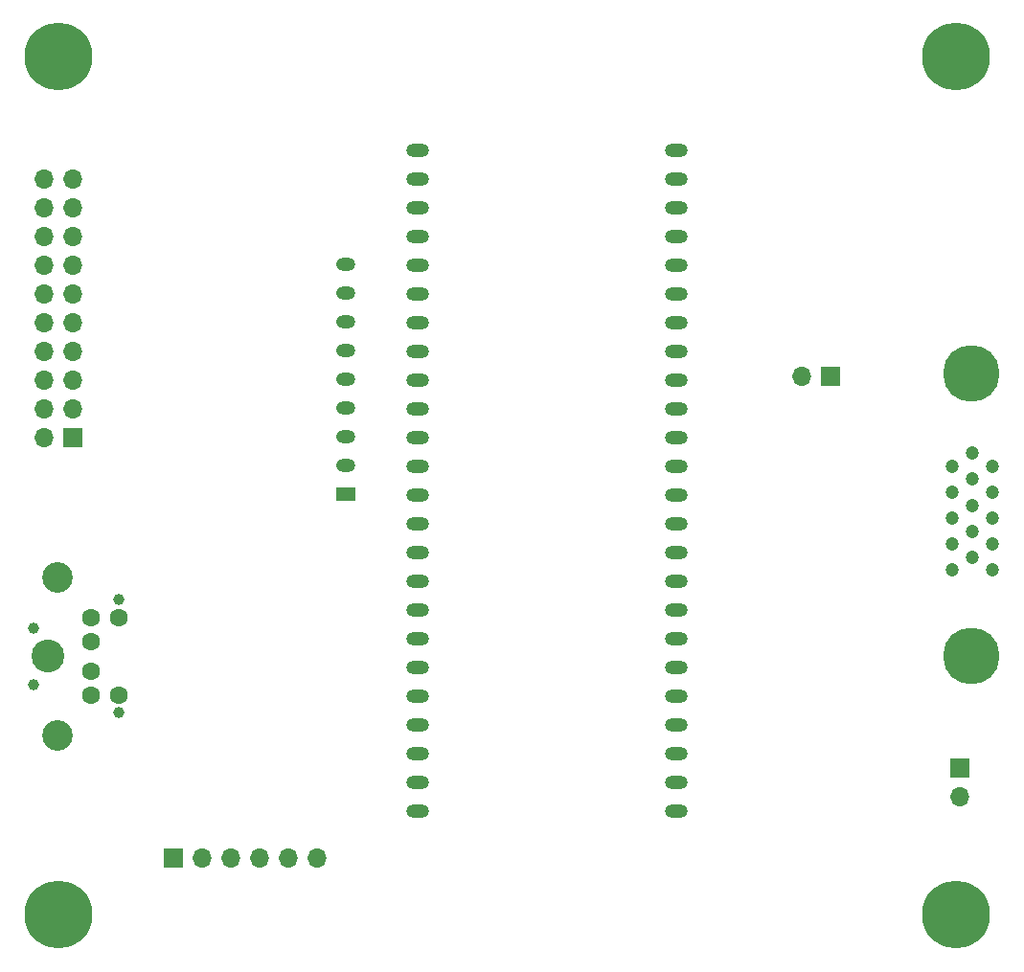
<source format=gbr>
%TF.GenerationSoftware,KiCad,Pcbnew,(6.0.0)*%
%TF.CreationDate,2022-07-26T05:52:08-04:00*%
%TF.ProjectId,TRS-80-M3-KEY,5452532d-3830-42d4-9d33-2d4b45592e6b,rev?*%
%TF.SameCoordinates,Original*%
%TF.FileFunction,Soldermask,Bot*%
%TF.FilePolarity,Negative*%
%FSLAX46Y46*%
G04 Gerber Fmt 4.6, Leading zero omitted, Abs format (unit mm)*
G04 Created by KiCad (PCBNEW (6.0.0)) date 2022-07-26 05:52:08*
%MOMM*%
%LPD*%
G01*
G04 APERTURE LIST*
%ADD10C,0.800000*%
%ADD11C,6.000000*%
%ADD12C,5.001260*%
%ADD13C,1.198880*%
%ADD14R,1.700000X1.700000*%
%ADD15O,1.700000X1.700000*%
%ADD16C,2.700000*%
%ADD17C,2.899999*%
%ADD18C,1.600000*%
%ADD19C,1.000000*%
%ADD20R,1.700000X1.200000*%
%ADD21O,1.700000X1.200000*%
%ADD22O,2.000000X1.200000*%
G04 APERTURE END LIST*
D10*
%TO.C,H3*%
X172375000Y-124777500D03*
X174625000Y-122527500D03*
D11*
X174625000Y-124777500D03*
D10*
X173034010Y-123186510D03*
X173034010Y-126368490D03*
X176215990Y-123186510D03*
X176215990Y-126368490D03*
X176875000Y-124777500D03*
X174625000Y-127027500D03*
%TD*%
D12*
%TO.C,J4*%
X175963580Y-101917500D03*
X175963580Y-76928980D03*
D13*
X174244600Y-85112860D03*
X174244600Y-87403940D03*
X174244600Y-89689940D03*
X174244600Y-91983560D03*
X174244600Y-94272100D03*
X176009300Y-83967320D03*
X176009300Y-86260940D03*
X176009300Y-88559640D03*
X176009300Y-90858340D03*
X176009300Y-93131640D03*
X177800600Y-85112860D03*
X177800600Y-87403940D03*
X177800600Y-89692480D03*
X177800600Y-91983560D03*
X177800600Y-94274640D03*
%TD*%
D14*
%TO.C,J6*%
X174942500Y-111755000D03*
D15*
X174942500Y-114295000D03*
%TD*%
D14*
%TO.C,J1*%
X96525000Y-82545000D03*
D15*
X93985000Y-82545000D03*
X96525000Y-80005000D03*
X93985000Y-80005000D03*
X96525000Y-77465000D03*
X93985000Y-77465000D03*
X96525000Y-74925000D03*
X93985000Y-74925000D03*
X96525000Y-72385000D03*
X93985000Y-72385000D03*
X96525000Y-69845000D03*
X93985000Y-69845000D03*
X96525000Y-67305000D03*
X93985000Y-67305000D03*
X96525000Y-64765000D03*
X93985000Y-64765000D03*
X96525000Y-62225000D03*
X93985000Y-62225000D03*
X96525000Y-59685000D03*
X93985000Y-59685000D03*
%TD*%
D16*
%TO.C,J3*%
X95135000Y-94917500D03*
D17*
X94335000Y-101917500D03*
D16*
X95135000Y-108917500D03*
D18*
X98135000Y-103217500D03*
X98135000Y-100617500D03*
X98135000Y-105317500D03*
X98135000Y-98517500D03*
X100635000Y-105317500D03*
X100635000Y-98517500D03*
D19*
X93035000Y-104417500D03*
X93035000Y-99417500D03*
X100635000Y-106917500D03*
X100635000Y-96917500D03*
%TD*%
D20*
%TO.C,RP1*%
X120624600Y-87604600D03*
D21*
X120624600Y-85064600D03*
X120624600Y-82524600D03*
X120624600Y-79984600D03*
X120624600Y-77444600D03*
X120624600Y-74904600D03*
X120624600Y-72364600D03*
X120624600Y-69824600D03*
X120624600Y-67284600D03*
%TD*%
D10*
%TO.C,H1*%
X97500000Y-48895000D03*
X96840990Y-50485990D03*
X95250000Y-46645000D03*
X93659010Y-50485990D03*
X93000000Y-48895000D03*
X93659010Y-47304010D03*
X96840990Y-47304010D03*
X95250000Y-51145000D03*
D11*
X95250000Y-48895000D03*
%TD*%
D14*
%TO.C,J2*%
X105410000Y-119767500D03*
D15*
X107950000Y-119767500D03*
X110490000Y-119767500D03*
X113030000Y-119767500D03*
X115570000Y-119767500D03*
X118110000Y-119767500D03*
%TD*%
D10*
%TO.C,H2*%
X96840990Y-126368490D03*
D11*
X95250000Y-124777500D03*
D10*
X95250000Y-127027500D03*
X96840990Y-123186510D03*
X95250000Y-122527500D03*
X97500000Y-124777500D03*
X93000000Y-124777500D03*
X93659010Y-126368490D03*
X93659010Y-123186510D03*
%TD*%
%TO.C,H4*%
X173034010Y-50485990D03*
X176215990Y-47304010D03*
X173034010Y-47304010D03*
X174625000Y-46645000D03*
D11*
X174625000Y-48895000D03*
D10*
X172375000Y-48895000D03*
X174625000Y-51145000D03*
X176875000Y-48895000D03*
X176215990Y-50485990D03*
%TD*%
D14*
%TO.C,J5*%
X163517500Y-77152500D03*
D15*
X160977500Y-77152500D03*
%TD*%
D22*
%TO.C,U1*%
X127000000Y-57150000D03*
X127000000Y-59690000D03*
X127000000Y-62230000D03*
X127000000Y-64770000D03*
X127000000Y-67310000D03*
X127000000Y-69850000D03*
X127000000Y-72390000D03*
X127000000Y-74930000D03*
X127000000Y-77470000D03*
X127000000Y-80010000D03*
X127000000Y-82550000D03*
X127000000Y-85090000D03*
X127000000Y-87630000D03*
X127000000Y-90170000D03*
X127000000Y-92710000D03*
X127000000Y-95250000D03*
X127000000Y-97790000D03*
X127000000Y-100330000D03*
X127000000Y-102870000D03*
X127000000Y-105410000D03*
X127000000Y-107950000D03*
X127000000Y-110490000D03*
X127000000Y-113030000D03*
X127000000Y-115570000D03*
X149900000Y-115570000D03*
X149900000Y-113030000D03*
X149900000Y-110490000D03*
X149900000Y-107950000D03*
X149900000Y-105410000D03*
X149900000Y-102870000D03*
X149900000Y-100330000D03*
X149900000Y-97790000D03*
X149900000Y-95250000D03*
X149900000Y-92710000D03*
X149900000Y-90170000D03*
X149900000Y-87630000D03*
X149900000Y-85090000D03*
X149900000Y-82550000D03*
X149900000Y-80010000D03*
X149900000Y-77470000D03*
X149900000Y-74930000D03*
X149900000Y-72390000D03*
X149900000Y-69850000D03*
X149900000Y-67310000D03*
X149900000Y-64770000D03*
X149900000Y-62230000D03*
X149900000Y-59690000D03*
X149900000Y-57150000D03*
%TD*%
M02*

</source>
